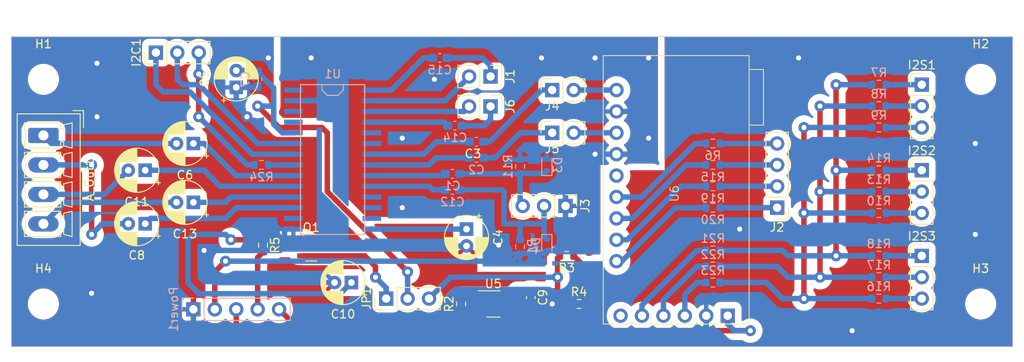
<source format=kicad_pcb>
(kicad_pcb (version 20221018) (generator pcbnew)
  (layers (0 "F.Cu" signal) (31 "B.Cu" signal) (34 "B.Paste" user) (35 "F.Paste" user) (36 "B.SilkS" user "B.Silkscreen") (37 "F.SilkS" user "F.Silkscreen") (38 "B.Mask" user) (39 "F.Mask" user) (44 "Edge.Cuts" user))
  (net 0 "")
  (net 1 "/OUT_LF")
  (net 2 "/OUT_LR")
  (net 3 "/OUT_RF")
  (net 4 "/OUT_RR")
  (net 5 "/9V0A")
  (net 6 "GNDD")
  (net 7 "/Aux_R")
  (net 8 "GNDA")
  (net 9 "/Aux_L")
  (net 10 "Net-(U1-SE1L)")
  (net 11 "Net-(U1-SE2R)")
  (net 12 "/I2S1_BitClockInput")
  (net 13 "/I2S1_DataInput")
  (net 14 "Net-(J5-Pin_1)")
  (net 15 "Net-(U1-SE2L)")
  (net 16 "/I2S1_WordClockInput")
  (net 17 "/I2S2_BitClockInput")
  (net 18 "/I2S2_DataInput")
  (net 19 "/I2S2_WordClockInput")
  (net 20 "/I2S3_BitClockInput")
  (net 21 "Net-(J4-Pin_1)")
  (net 22 "Net-(U1-CREF)")
  (net 23 "/MutePin")
  (net 24 "/I2C_SCL")
  (net 25 "/I2C_SDA")
  (net 26 "Net-(U1-OUTLF)")
  (net 27 "/I2S3_DataInput")
  (net 28 "/I2S3_WordClockInput")
  (net 29 "Net-(J2-Pin_1)")
  (net 30 "Net-(J2-Pin_2)")
  (net 31 "+5V")
  (net 32 "Net-(J2-Pin_3)")
  (net 33 "Net-(J2-Pin_4)")
  (net 34 "Net-(U6-FMT)")
  (net 35 "Net-(R14-Pad2)")
  (net 36 "Net-(R13-Pad2)")
  (net 37 "Net-(R10-Pad2)")
  (net 38 "Net-(U6-XSMT)")
  (net 39 "Net-(U6-DEMP)")
  (net 40 "Net-(U6-FLT)")
  (net 41 "/BitClockInput")
  (net 42 "/DataInput")
  (net 43 "/WordClockInput")
  (net 44 "Net-(JP1-B)")
  (net 45 "Net-(U5-EN)")
  (net 46 "Net-(U5-ADJ)")
  (net 47 "+9V")
  (net 48 "+12V")
  (net 49 "Net-(Q1-B)")
  (net 50 "Net-(JP1-A)")
  (net 51 "Net-(U1-OUTRF)")
  (net 52 "Net-(U1-OUTLR)")
  (net 53 "/PCV5102_Lout")
  (net 54 "/PCV5102_Rout")
  (net 55 "Net-(U1-SE1R)")
  (net 58 "Net-(U1-OUTRR)")
  (net 59 "Net-(U1-ACOUTL)")
  (net 60 "Net-(J6-Pin_1)")
  (net 61 "Net-(U1-ACOUTR)")
  (net 62 "Net-(J1-Pin_1)")
  (net 63 "Net-(J1-Pin_2)")
  (net 64 "Net-(J6-Pin_2)")
  (net 65 "Net-(U1-MUTE)")
  (footprint "Capacitor_THT:CP_Radial_D5.0mm_P2.00mm" (layer "F.Cu") (at 113.665 50.485113 90)
    (fp_text reference "C5")
    (fp_text value "10uF")
  )
  (footprint "Connector_PinHeader_2.54mm:PinHeader_1x03_P2.54mm_Vertical" (layer "F.Cu") (at 194.945 50.165)
    (fp_text reference "I2S1")
    (fp_text value "Conn_01x03_Pin")
  )
  (footprint "Connector_PinHeader_2.54mm:PinHeader_1x02_P2.54mm_Vertical" (layer "F.Cu") (at 143.816 49.1916 -90)
    (fp_text reference "J1")
    (fp_text value "Conn_01x02")
  )
  (footprint "Resistor_SMD:R_0603_1608Metric" (layer "F.Cu") (at 140.335 76.2 90)
    (fp_text reference "R2")
    (fp_text value "10k")
  )
  (footprint "Connector_PinHeader_2.54mm:PinHeader_1x02_P2.54mm_Vertical" (layer "F.Cu") (at 143.816 52.7476 -90)
    (fp_text reference "J6")
    (fp_text value "Conn_01x02")
  )
  (footprint "MountingHole:MountingHole_3.2mm_M3" (layer "F.Cu") (at 90.805 76.2)
    (fp_text reference "H4")
    (fp_text value "MountingHole")
  )
  (footprint "Connector_PinHeader_2.54mm:PinHeader_1x03_P2.54mm_Vertical" (layer "F.Cu") (at 152.706 64.5586 -90)
    (fp_text reference "J3")
    (fp_text value "AudioIn")
  )
  (footprint "Capacitor_THT:CP_Radial_D5.0mm_P2.00mm" (layer "F.Cu") (at 102.87 60.325 180)
    (fp_text reference "C11")
    (fp_text value "10uF n.a.")
  )
  (footprint "Connector_PinHeader_2.54mm:PinHeader_1x03_P2.54mm_Vertical" (layer "F.Cu") (at 104.14 46.355 90)
    (fp_text reference "I2C1")
    (fp_text value "Conn_01x03_Pin")
  )
  (footprint "MountingHole:MountingHole_3.2mm_M3" (layer "F.Cu") (at 201.93 76.2)
    (fp_text reference "H3")
    (fp_text value "MountingHole")
  )
  (footprint "Connector_PinSocket_2.54mm:PinSocket_1x02_P2.54mm_Vertical" (layer "F.Cu") (at 151.13 55.88 90)
    (fp_text reference "J5")
    (fp_text value "Conn_01x02_Pin")
  )
  (footprint "Resistor_SMD:R_0603_1608Metric" (layer "F.Cu") (at 152.845 70.485 180)
    (fp_text reference "R3")
    (fp_text value "10k")
  )
  (footprint "Capacitor_THT:CP_Radial_D5.0mm_P2.00mm" (layer "F.Cu") (at 102.87 66.675 180)
    (fp_text reference "C8")
    (fp_text value "10uF n.a.")
  )
  (footprint "Connector_Phoenix_MC:PhoenixContact_MCV_1,5_4-G-3.5_1x04_P3.50mm_Vertical" (layer "F.Cu") (at 90.805 56.19 -90)
    (fp_text reference "A_Out1")
    (fp_text value "Conn_01x04")
  )
  (footprint "Connector_PinSocket_2.54mm:PinSocket_1x02_P2.54mm_Vertical" (layer "F.Cu") (at 151.13 50.8 90)
    (fp_text reference "J4")
    (fp_text value "Conn_01x02_Pin")
  )
  (footprint "MountingHole:MountingHole_3.2mm_M3" (layer "F.Cu") (at 90.805 49.53)
    (fp_text reference "H1")
    (fp_text value "MountingHole")
  )
  (footprint "Capacitor_THT:CP_Radial_D5.0mm_P2.00mm" (layer "F.Cu") (at 127.320113 73.66 180)
    (fp_text reference "C10")
    (fp_text value "100uF")
  )
  (footprint "Capacitor_THT:CP_Radial_D5.0mm_P2.00mm" (layer "F.Cu") (at 140.97 67.31 -90)
    (fp_text reference "C4")
    (fp_text value "10uF")
  )
  (footprint "Capacitor_THT:CP_Radial_D5.0mm_P2.00mm" (layer "F.Cu") (at 108.585 64.135 180)
    (fp_text reference "C13")
    (fp_text value "10uF n.a.")
  )
  (footprint "GY-PCM5102:GY-PCM5102" (layer "F.Cu") (at 166.116 65.6336 90)
    (fp_text reference "U6")
    (fp_text value "GY-PCM5102")
  )
  (footprint "Package_TO_SOT_SMD:SOT-23" (layer "F.Cu") (at 122.555 69.53)
    (fp_text reference "Q1")
    (fp_text value "BC817")
  )
  (footprint "Resistor_SMD:R_0603_1608Metric" (layer "F.Cu") (at 154.305 76.2)
    (fp_text reference "R4")
    (fp_text value "1k6")
  )
  (footprint "Connector_PinHeader_2.54mm:PinHeader_1x04_P2.54mm_Vertical" (layer "F.Cu") (at 177.8 64.77 180)
    (fp_text reference "J2")
    (fp_text value "Conn_01x04_Pin")
  )
  (footprint "Connector_PinHeader_2.54mm:PinHeader_1x03_P2.54mm_Vertical" (layer "F.Cu") (at 131.445 75.565 90)
    (fp_text reference "JP1")
    (fp_text value "Jumper_3_Open")
  )
  (footprint "Capacitor_THT:CP_Radial_D5.0mm_P2.00mm" (layer "F.Cu") (at 108.585 57.15 180)
    (fp_text reference "C6")
    (fp_text value "10uF n.a.")
  )
  (footprint "Package_TO_SOT_SMD:SOT-23-5" (layer "F.Cu") (at 144.145 76.2)
    (fp_text reference "U5")
    (fp_text value "AP2204K-ADJ")
  )
  (footprint "Capacitor_SMD:C_0603_1608Metric" (layer "F.Cu") (at 148.59 75.425 -90)
    (fp_text reference "C9")
    (fp_text value "2.2uF")
  )
  (footprint "MountingHole:MountingHole_3.2mm_M3" (layer "F.Cu") (at 201.93 49.53)
    (fp_text reference "H2")
    (fp_text value "MountingHole")
  )
  (footprint "Resistor_SMD:R_0603_1608Metric" (layer "F.Cu") (at 116.84 69.215 -90)
    (fp_text reference "R5")
    (fp_text value "150")
  )
  (footprint "Connector_PinHeader_2.54mm:PinHeader_1x03_P2.54mm_Vertical" (layer "F.Cu") (at 194.945 60.325)
    (fp_text reference "I2S2")
    (fp_text value "Conn_01x03_Pin")
  )
  (footprint "Connector_PinHeader_2.54mm:PinHeader_1x03_P2.54mm_Vertical" (layer "F.Cu") (at 194.945 70.485)
    (fp_text reference "I2S3")
    (fp_text value "Conn_01x03_Pin")
  )
  (footprint "Capacitor_SMD:C_0603_1608Metric_Pad1.08x0.95mm_HandSolder" (layer "B.Cu") (at 139.2925 62.6536)
    (fp_text reference "C12")
    (fp_text value "1uF")
  )
  (footprint "Resistor_SMD:R_0603_1608Metric" (layer "B.Cu") (at 170.18 64.77)
    (fp_text reference "R20")
    (fp_text value "1k")
  )
  (footprint "Diode_SMD:D_SOD-523" (layer "B.Cu") (at 150.495 69.215 -90)
    (fp_text reference "D4")
    (fp_text value "ESD5Z5.0T1G")
  )
  (footprint "Resistor_SMD:R_0603_1608Metric" (layer "B.Cu") (at 170.18 57.15)
    (fp_text reference "R6")
    (fp_text value "1k")
  )
  (footprint "Capacitor_SMD:C_0603_1608Metric_Pad1.08x0.95mm_HandSolder" (layer "B.Cu") (at 142.1385 58.8436)
    (fp_text reference "C2")
    (fp_text value "1uF")
  )
  (footprint "Resistor_SMD:R_0603_1608Metric" (layer "B.Cu") (at 116.65 59.69)
    (fp_text reference "R24")
    (fp_text value "1k")
  )
  (footprint "Resistor_SMD:R_0603_1608Metric" (layer "B.Cu") (at 189.865 75.565 180)
    (fp_text reference "R16")
    (fp_text value "90-165-330")
  )
  (footprint "Resistor_SMD:R_0603_1608Metric" (layer "B.Cu") (at 170.18 71.755 180)
    (fp_text reference "R22")
    (fp_text value "90-165-330")
  )
  (footprint "SO-28:SO-28" (layer "B.Cu") (at 125.73 58.42 180)
    (fp_text reference "U1")
    (fp_text value "TDA7419")
  )
  (footprint "Capacitor_SMD:C_0603_1608Metric_Pad1.08x0.95mm_HandSolder" (layer "B.Cu") (at 139.2925 60.7486)
    (fp_text reference "C1")
    (fp_text value "1uF")
  )
  (footprint "Diode_SMD:D_SOD-523" (layer "B.Cu") (at 150.495 59.69 90)
    (fp_text reference "D3")
    (fp_text value "ESD5Z5.0T1G")
  )
  (footprint "Resistor_SMD:R_0603_1608Metric" (layer "B.Cu") (at 147.32 59.88 -90)
    (fp_text reference "R11")
    (fp_text value "10k (n.a.)")
  )
  (footprint "Resistor_SMD:R_0603_1608Metric" (layer "B.Cu") (at 189.865 60.325 180)
    (fp_text reference "R14")
    (fp_text value "90-165-330")
  )
  (footprint "Capacitor_SMD:C_0603_1608Metric_Pad1.08x0.95mm_HandSolder" (layer "B.Cu") (at 116.205 49.53 -90)
    (fp_text reference "C7")
    (fp_text value "100nF")
  )
  (footprint "Resistor_SMD:R_0603_1608Metric" (layer "B.Cu") (at 189.865 62.865 180)
    (fp_text reference "R13")
    (fp_text value "90-165-330")
  )
  (footprint "Resistor_SMD:R_0603_1608Metric" (layer "B.Cu") (at 170.18 59.69)
    (fp_text reference "R15")
    (fp_text value "1k")
  )
  (footprint "Capacitor_SMD:C_0603_1608Metric_Pad1.08x0.95mm_HandSolder" (layer "B.Cu") (at 139.5985 55.0336)
    (fp_text reference "C14")
    (fp_text value "22nF")
  )
  (footprint "Resistor_SMD:R_0603_1608Metric" (layer "B.Cu") (at 189.865 73.025 180)
    (fp_text reference "R17")
    (fp_text value "90-165-330")
  )
  (footprint "Resistor_SMD:R_0603_1608Metric" (layer "B.Cu") (at 189.865 55.245 180)
    (fp_text reference "R9")
    (fp_text value "90-165-330")
  )
  (footprint "Connector_PinHeader_2.54mm:PinHeader_1x05_P2.54mm_Vertical" (layer "B.Cu") (at 108.585 76.835 -90)
    (fp_text reference "Power1")
    (fp_text value "Conn_01x05_Pin")
  )
  (footprint "Resistor_SMD:R_0603_1608Metric" (layer "B.Cu") (at 170.18 69.85 180)
    (fp_text reference "R21")
    (fp_text value "90-165-330")
  )
  (footprint "Resistor_SMD:R_0603_1608Metric" (layer "B.Cu") (at 147.32 69.405 90)
    (fp_text reference "R1")
    (fp_text value "10k (n.a.)")
  )
  (footprint "Resistor_SMD:R_0603_1608Metric" (layer "B.Cu") (at 170.18 73.66 180)
    (fp_text reference "R23")
    (fp_text value "90-165-330")
  )
  (footprint "Capacitor_SMD:C_0603_1608Metric_Pad1.08x0.95mm_HandSolder" (layer "B.Cu") (at 137.795 46.99)
    (fp_text reference "C15")
    (fp_text value "22nF")
  )
  (footprint "Capacitor_SMD:C_0603_1608Metric_Pad1.08x0.95mm_HandSolder" (layer "B.Cu") (at 142.1385 56.9386)
    (fp_text reference "C3")
    (fp_text value "1uF")
  )
  (footprint "Resistor_SMD:R_0603_1608Metric" (layer "B.Cu") (at 189.865 70.485 180)
    (fp_text reference "R18")
    (fp_text value "90-165-330")
  )
  (footprint "Resistor_SMD:R_0603_1608Metric" (layer "B.Cu") (at 189.865 65.405 180)
    (fp_text reference "R10")
    (fp_text value "90-165-330")
  )
  (footprint "Resistor_SMD:R_0603_1608Metric" (layer "B.Cu") (at 170.18 62.23)
    (fp_text reference "R19")
    (fp_text value "1k")
  )
  (footprint "Resistor_SMD:R_0603_1608Metric" (layer "B.Cu") (at 189.865 50.165 180)
    (fp_text reference "R7")
    (fp_text value "90-165-330")
  )
  (footprint "Resistor_SMD:R_0603_1608Metric" (layer "B.Cu") (at 189.865 52.705 180)
    (fp_text reference "R8")
    (fp_text value "90-165-330")
  )
  (gr_line (start 86.995 81.28) (end 205.74 81.28) (stroke (width 0.1)) (layer "Edge.Cuts"))
  (gr_line (start 86.995 44.45) (end 86.995 81.28) (stroke (width 0.1)) (layer "Edge.Cuts"))
  (gr_line (start 86.995 44.45) (end 205.74 44.45) (stroke (width 0.1)) (layer "Edge.Cuts"))
  (gr_line (start 205.74 81.28) (end 205.74 44.45) (stroke (width 0.1)) (layer "Edge.Cuts"))
  (segment (start 91.765 57.15) (end 90.805 56.19) (width 0.65) (layer "B.Cu") (net 1))
  (segment (start 106.585 57.15) (end 91.765 57.15) (width 0.65) (layer "B.Cu") (net 1))
  (segment (start 98.005 63.19) (end 100.87 60.325) (width 0.65) (layer "B.Cu") (net 2))
  (segment (start 90.805 63.19) (end 98.005 63.19) (width 0.65) (layer "B.Cu") (net 2))
  (segment (start 96.52 59.69) (end 96.52 67.945) (width 0.65) (layer "F.Cu") (net 3))
  (via (at 96.52 67.945) (size 1.3) (drill 0.6) (layers "F.Cu" "B.Cu") (net 3))
  (via (at 96.52 59.69) (size 1.3) (drill 0.6) (layers "F.Cu" "B.Cu") (net 3))
  (segment (start 97.79 66.675) (end 96.52 67.945) (width 0.65) (layer "B.Cu") (net 3))
  (segment (start 100.87 66.675) (end 97.79 66.675) (width 0.65) (layer "B.Cu") (net 3))
  (segment (start 90.805 59.69) (end 96.52 59.69) (width 0.65) (layer "B.Cu") (net 3))
  (segment (start 93.36 64.135) (end 90.805 66.69) (width 0.65) (layer "B.Cu") (net 4))
  (segment (start 106.585 64.135) (end 93.36 64.135) (width 0.65) (layer "B.Cu") (net 4))
  (segment (start 123.825 55.245) (end 118.745 55.245) (width 0.65) (layer "F.Cu") (net 5))
  (segment (start 124.46 62.865) (end 124.46 62.23) (width 0.65) (layer "F.Cu") (net 5))
  (segment (start 124.46 62.23) (end 124.46 55.88) (width 0.65) (layer "F.Cu") (net 5))
  (segment (start 118.745 55.245) (end 116.205 52.705) (width 0.65) (layer "F.Cu") (net 5))
  (segment (start 124.46 55.88) (end 123.825 55.245) (width 0.65) (layer "F.Cu") (net 5))
  (segment (start 133.985 72.39) (end 124.46 62.865) (width 0.65) (layer "F.Cu") (net 5))
  (via (at 133.985 72.39) (size 1.3) (drill 0.6) (layers "F.Cu" "B.Cu") (net 5))
  (via (at 116.205 52.705) (size 1.3) (drill 0.6) (layers "F.Cu" "B.Cu") (net 5))
  (segment (start 116.022613 48.485113) (end 116.205 48.6675) (width 0.65) (layer "B.Cu") (net 5))
  (segment (start 118.11 54.865) (end 118.11 52.705) (width 0.65) (layer "B.Cu") (net 5))
  (segment (start 114.3 48.485113) (end 116.022613 48.485113) (width 0.65) (layer "B.Cu") (net 5))
  (segment (start 133.985 75.565) (end 133.985 72.39) (width 0.65) (layer "B.Cu") (net 5))
  (segment (start 119.125 55.88) (end 118.11 54.865) (width 0.65) (layer "B.Cu") (net 5))
  (segment (start 116.205 52.705) (end 118.11 52.705) (width 0.65) (layer "B.Cu") (net 5))
  (segment (start 118.11 52.705) (end 118.11 50.5725) (width 0.65) (layer "B.Cu") (net 5))
  (segment (start 118.11 50.5725) (end 116.205 48.6675) (width 0.65) (layer "B.Cu") (net 5))
  (segment (start 120.65 55.88) (end 119.125 55.88) (width 0.65) (layer "B.Cu") (net 5))
  (segment (start 114.935 62.23) (end 109.855 67.31) (width 0.65) (layer "F.Cu") (net 6))
  (segment (start 114.935 53.975) (end 114.935 62.23) (width 0.65) (layer "F.Cu") (net 6))
  (segment (start 148.59 76.2) (end 151.13 76.2) (width 0.65) (layer "F.Cu") (net 6))
  (segment (start 109.855 67.31) (end 109.855 69.85) (width 0.65) (layer "F.Cu") (net 6))
  (segment (start 151.13 76.2) (end 153.48 76.2) (width 0.65) (layer "F.Cu") (net 6))
  (segment (start 108.585 76.835) (end 108.585 71.12) (width 0.65) (layer "F.Cu") (net 6))
  (segment (start 108.585 71.12) (end 109.855 69.85) (width 0.65) (layer "F.Cu") (net 6))
  (segment (start 143.0075 76.2) (end 148.59 76.2) (width 0.65) (layer "F.Cu") (net 6))
  (via (at 96.52 74.93) (size 1.3) (drill 0.6) (layers "F.Cu" "B.Cu") (net 6))
  (via (at 180.34 46.99) (size 1.3) (drill 0.6) (layers "F.Cu" "B.Cu") (net 6))
  (via (at 109.855 69.85) (size 1.3) (drill 0.6) (layers "F.Cu" "B.Cu") (net 6))
  (via (at 201.295 67.945) (size 1.3) (drill 0.6) (layers "F.Cu" "B.Cu") (net 6))
  (via (at 114.935 53.975) (size 1.3) (drill 0.6) (layers "F.Cu" "B.Cu") (net 6))
  (via (at 97.155 47.625) (size 1.3) (drill 0.6) (layers "F.Cu" "B.Cu") (net 6))
  (via (at 97.155 53.975) (size 1.3) (drill 0.6) (layers "F.Cu" "B.Cu") (net 6))
  (via (at 173.355 67.31) (size 1.3) (drill 0.6) (layers "F.Cu" "B.Cu") (net 6))
  (via (at 117.475 46.99) (size 1.3) (drill 0.6) (layers "F.Cu" "B.Cu") (net 6))
  (via (at 201.295 57.15) (size 1.3) (drill 0.6) (layers "F.Cu" "B.Cu") (net 6))
  (via (at 186.69 79.375) (size 1.3) (drill 0.6) (layers "F.Cu" "B.Cu") (net 6))
  (via (at 151.13 76.2) (size 1.3) (drill 0.6) (layers "F.Cu" "B.Cu") (net 6))
  (segment (start 113.665 50.485113) (end 113.665 52.705) (width 0.65) (layer "B.Cu") (net 6))
  (segment (start 116.112387 50.485113) (end 116.205 50.3925) (width 0.65) (layer "B.Cu") (net 6))
  (segment (start 119.38 67.31) (end 119.38 69.31) (width 0.65) (layer "B.Cu") (net 6))
  (segment (start 118.84 69.85) (end 109.855 69.85) (width 0.65) (layer "B.Cu") (net 6))
  (segment (start 151.13 79.375) (end 151.13 76.2) (width 0.65) (layer "B.Cu") (net 6))
  (segment (start 169.396 78.889) (end 169.396 77.5936) (width 0.65) (layer "B.Cu") (net 6))
  (segment (start 119.38 69.31) (end 118.84 69.85) (width 0.65) (layer "B.Cu") (net 6))
  (segment (start 125.320113 73.66) (end 111.125 73.66) (width 0.65) (layer "B.Cu") (net 6))
  (segment (start 154.305 79.375) (end 168.91 79.375) (width 0.65) (layer "B.Cu") (net 6))
  (segment (start 140.97 69.31) (end 119.38 69.31) (width 0.65) (layer "B.Cu") (net 6))
  (segment (start 108.585 78.74) (end 108.585 76.835) (width 0.65) (layer "B.Cu") (net 6))
  (segment (start 168.91 79.375) (end 169.396 78.889) (width 0.65) (layer "B.Cu") (net 6))
  (segment (start 151.13 79.375) (end 154.305 79.375) (width 0.65) (layer "B.Cu") (net 6))
  (segment (start 108.585 78.74) (end 109.22 79.375) (width 0.65) (layer "B.Cu") (net 6))
  (segment (start 109.855 72.39) (end 109.855 69.85) (width 0.65) (layer "B.Cu") (net 6))
  (segment (start 114.3 50.485113) (end 116.112387 50.485113) (width 0.65) (layer "B.Cu") (net 6))
  (segment (start 113.665 52.705) (end 114.935 53.975) (width 0.65) (layer "B.Cu") (net 6))
  (segment (start 109.22 79.375) (end 151.13 79.375) (width 0.65) (layer "B.Cu") (net 6))
  (segment (start 111.125 73.66) (end 109.855 72.39) (width 0.65) (layer "B.Cu") (net 6))
  (segment (start 120.65 67.31) (end 119.38 67.31) (width 0.65) (layer "B.Cu") (net 6))
  (segment (start 147.32 66.675) (end 150.166 66.675) (width 0.65) (layer "B.Cu") (net 7))
  (segment (start 145.415 66.675) (end 147.32 66.675) (width 0.65) (layer "B.Cu") (net 7))
  (segment (start 150.166 66.675) (end 150.166 64.5586) (width 0.65) (layer "B.Cu") (net 7))
  (segment (start 145.2036 62.6536) (end 145.415 62.865) (width 0.65) (layer "B.Cu") (net 7))
  (segment (start 150.495 68.515) (end 150.166 68.186) (width 0.65) (layer "B.Cu") (net 7))
  (segment (start 145.415 62.865) (end 145.415 66.675) (width 0.65) (layer "B.Cu") (net 7))
  (segment (start 147.32 68.58) (end 147.32 66.675) (width 0.65) (layer "B.Cu") (net 7))
  (segment (start 150.166 68.186) (end 150.166 66.675) (width 0.65) (layer "B.Cu") (net 7))
  (segment (start 140.155 62.6536) (end 145.2036 62.6536) (width 0.65) (layer "B.Cu") (net 7))
  (segment (start 111.125 72.39) (end 112.394998 71.12) (width 0.65) (layer "F.Cu") (net 8))
  (segment (start 156.21 46.99) (end 156.21 58.42) (width 0.65) (layer "F.Cu") (net 8))
  (segment (start 111.125 76.835) (end 111.125 72.39) (width 0.65) (layer "F.Cu") (net 8))
  (via (at 156.21 58.42) (size 1.3) (drill 0.6) (layers "F.Cu" "B.Cu") (net 8))
  (via (at 156.21 46.99) (size 1.3) (drill 0.6) (layers "F.Cu" "B.Cu") (net 8))
  (via (at 137.16 49.53) (size 1.3) (drill 0.6) (layers "F.Cu" "B.Cu") (net 8))
  (via (at 162.56 46.99) (size 1.3) (drill 0.6) (layers "F.Cu" "B.Cu") (net 8))
  (via (at 149.86 46.99) (size 1.3) (drill 0.6) (layers "F.Cu" "B.Cu") (net 8))
  (via (at 162.56 56.515) (size 1.3) (drill 0.6) (layers "F.Cu" "B.Cu") (net 8))
  (via (at 122.555 46.99) (size 1.3) (drill 0.6) (layers "F.Cu" "B.Cu") (net 8))
  (via (at 144.78 69.215) (size 1.3) (drill 0.6) (layers "F.Cu" "B.Cu") (net 8))
  (via (at 133.35 64.77) (size 1.3) (drill 0.6) (layers "F.Cu" "B.Cu") (net 8))
  (via (at 112.394998 71.12) (size 1.3) (drill 0.6) (layers "F.Cu" "B.Cu") (net 8))
  (via (at 133.35 56.515) (size 1.3) (drill 0.6) (layers "F.Cu" "B.Cu") (net 8))
  (segment (start 152.706 69.544) (end 152.4 69.85) (width 0.65) (layer "B.Cu") (net 8))
  (segment (start 152.706 64.5586) (end 152.706 69.544) (width 0.65) (layer "B.Cu") (net 8))
  (segment (start 161.29 53.34) (end 161.29 57.785) (width 0.65) (layer "B.Cu") (net 8))
  (segment (start 154.305 58.42) (end 152.729 59.996) (width 0.65) (layer "B.Cu") (net 8))
  (segment (start 147.385 58.99) (end 150.495 58.99) (width 0.65) (layer "B.Cu") (net 8))
  (segment (start 123.19 52.07) (end 130.175 45.085) (width 0.65) (layer "B.Cu") (net 8))
  (segment (start 158.75 53.34) (end 161.29 53.34) (width 0.65) (layer "B.Cu") (net 8))
  (segment (start 150.56 69.85) (end 150.495 69.915) (width 0.65) (layer "B.Cu") (net 8))
  (segment (start 158.75 58.42) (end 156.21 58.42) (width 0.65) (layer "B.Cu") (net 8))
  (segment (start 151.7 58.99) (end 152.706 59.996) (width 0.65) (layer "B.Cu") (net 8))
  (segment (start 130.175 45.085) (end 154.305 45.085) (width 0.65) (layer "B.Cu") (net 8))
  (segment (start 152.4 69.85) (end 150.56 69.85) (width 0.65) (layer "B.Cu") (net 8))
  (segment (start 152.729 59.996) (end 152.706 59.996) (width 0.65) (layer "B.Cu") (net 8))
  (segment (start 156.21 58.42) (end 154.305 58.42) (width 0.65) (layer "B.Cu") (net 8))
  (segment (start 161.29 57.785) (end 160.655 58.42) (width 0.65) (layer "B.Cu") (net 8))
  (segment (start 154.305 45.085) (end 156.21 46.99) (width 0.65) (layer "B.Cu") (net 8))
  (segment (start 146.43 71.12) (end 112.394998 71.12) (width 0.65) (layer "B.Cu") (net 8))
  (segment (start 147.32 70.23) (end 150.18 70.23) (width 0.65) (layer "B.Cu") (net 8))
  (segment (start 160.655 58.42) (end 158.75 58.42) (width 0.65) (layer "B.Cu") (net 8))
  (segment (start 147.32 59.055) (end 147.385 58.99) (width 0.65) (layer "B.Cu") (net 8))
  (segment (start 120.65 52.07) (end 123.19 52.07) (width 0.65) (layer "B.Cu") (net 8))
  (segment (start 147.32 70.23) (end 146.43 71.12) (width 0.65) (layer "B.Cu") (net 8))
  (segment (start 152.706 59.996) (end 152.706 64.5586) (width 0.65) (layer "B.Cu") (net 8))
  (segment (start 150.18 70.23) (end 150.495 69.915) (width 0.65) (layer "B.Cu") (net 8))
  (segment (start 150.495 58.99) (end 151.7 58.99) (width 0.65) (layer "B.Cu") (net 8))
  (segment (start 140.155 60.7486) (end 147.2764 60.7486) (width 0.65) (layer "B.Cu") (net 9))
  (segment (start 150.18 60.705) (end 150.495 60.39) (width 0.65) (layer "B.Cu") (net 9))
  (segment (start 147.32 60.705) (end 147.32 64.2526) (width 0.65) (layer "B.Cu") (net 9))
  (segment (start 147.2764 60.7486) (end 147.32 60.705) (width 0.65) (layer "B.Cu") (net 9))
  (segment (start 147.32 60.705) (end 150.18 60.705) (width 0.65) (layer "B.Cu") (net 9))
  (segment (start 147.32 64.2526) (end 147.626 64.5586) (width 0.65) (layer "B.Cu") (net 9))
  (segment (start 129.54 60.96) (end 138.2186 60.96) (width 0.65) (layer "B.Cu") (net 10))
  (segment (start 138.2186 60.96) (end 138.43 60.7486) (width 0.65) (layer "B.Cu") (net 10))
  (segment (start 129.54 59.69) (end 136.525 59.69) (width 0.65) (layer "B.Cu") (net 11))
  (segment (start 136.525 59.69) (end 137.3714 58.8436) (width 0.65) (layer "B.Cu") (net 11))
  (segment (start 137.3714 58.8436) (end 141.276 58.8436) (width 0.65) (layer "B.Cu") (net 11))
  (segment (start 190.69 50.165) (end 194.945 50.165) (width 0.65) (layer "B.Cu") (net 12))
  (segment (start 194.945 52.705) (end 190.69 52.705) (width 0.65) (layer "B.Cu") (net 13))
  (segment (start 147.32 55.88) (end 151.13 55.88) (width 0.65) (layer "B.Cu") (net 14))
  (segment (start 143.001 58.8436) (end 144.3564 58.8436) (width 0.65) (layer "B.Cu") (net 14))
  (segment (start 144.3564 58.8436) (end 147.32 55.88) (width 0.65) (layer "B.Cu") (net 14))
  (segment (start 135.89 58.42) (end 137.3714 56.9386) (width 0.65) (layer "B.Cu") (net 15))
  (segment (start 129.54 58.42) (end 135.89 58.42) (width 0.65) (layer "B.Cu") (net 15))
  (segment (start 137.3714 56.9386) (end 141.276 56.9386) (width 0.65) (layer "B.Cu") (net 15))
  (segment (start 190.69 55.245) (end 194.945 55.245) (width 0.65) (layer "B.Cu") (net 16))
  (segment (start 190.69 60.325) (end 194.945 60.325) (width 0.65) (layer "B.Cu") (net 17))
  (segment (start 190.69 62.865) (end 194.945 62.865) (width 0.65) (layer "B.Cu") (net 18))
  (segment (start 190.69 65.405) (end 194.945 65.405) (width 0.65) (layer "B.Cu") (net 19))
  (segment (start 190.69 70.485) (end 194.945 70.485) (width 0.65) (layer "B.Cu") (net 20))
  (segment (start 149.86 50.8) (end 151.13 50.8) (width 0.65) (layer "B.Cu") (net 21))
  (segment (start 143.001 56.9386) (end 143.7214 56.9386) (width 0.65) (layer "B.Cu") (net 21))
  (segment (start 143.7214 56.9386) (end 149.86 50.8) (width 0.65) (layer "B.Cu") (net 21))
  (segment (start 140.97 67.31) (end 129.54 67.31) (width 0.65) (layer "B.Cu") (net 22))
  (segment (start 109.22 53.975) (end 109.22 48.895) (width 0.65) (layer "F.Cu") (net 23))
  (via (at 109.22 48.895) (size 1.3) (drill 0.6) (layers "F.Cu" "B.Cu") (net 23))
  (via (at 109.22 53.975) (size 1.3) (drill 0.6) (layers "F.Cu" "B.Cu") (net 23))
  (segment (start 113.03 57.785) (end 109.22 53.975) (width 0.65) (layer "B.Cu") (net 23))
  (segment (start 113.03 57.785) (end 114.935 59.69) (width 0.65) (layer "B.Cu") (net 23))
  (segment (start 109.22 48.895) (end 109.22 46.355) (width 0.65) (layer "B.Cu") (net 23))
  (segment (start 114.935 59.69) (end 115.825 59.69) (width 0.65) (layer "B.Cu") (net 23))
  (segment (start 104.14 50.165) (end 104.14 46.355) (width 0.65) (layer "B.Cu") (net 24))
  (segment (start 104.989501 51.014501) (end 104.14 50.165) (width 0.65) (layer "B.Cu") (net 24))
  (segment (start 108.164501 51.014501) (end 104.989501 51.014501) (width 0.65) (layer "B.Cu") (net 24))
  (segment (start 115.57 58.42) (end 108.164501 51.014501) (width 0.65) (layer "B.Cu") (net 24))
  (segment (start 120.65 58.42) (end 115.57 58.42) (width 0.65) (layer "B.Cu") (net 24))
  (segment (start 107.315 50.165) (end 106.68 49.53) (width 0.65) (layer "B.Cu") (net 25))
  (segment (start 106.68 49.53) (end 106.68 46.355) (width 0.65) (layer "B.Cu") (net 25))
  (segment (start 116.205 57.15) (end 109.22 50.165) (width 0.65) (layer "B.Cu") (net 25))
  (segment (start 120.65 57.15) (end 116.205 57.15) (width 0.65) (layer "B.Cu") (net 25))
  (segment (start 109.22 50.165) (end 107.315 50.165) (width 0.65) (layer "B.Cu") (net 25))
  (segment (start 113.665 60.96) (end 120.65 60.96) (width 0.65) (layer "B.Cu") (net 26))
  (segment (start 109.855 57.15) (end 113.665 60.96) (width 0.65) (layer "B.Cu") (net 26))
  (segment (start 108.585 57.15) (end 109.855 57.15) (width 0.65) (layer "B.Cu") (net 26))
  (segment (start 190.69 73.025) (end 194.945 73.025) (width 0.65) (layer "B.Cu") (net 27))
  (segment (start 190.69 75.565) (end 194.945 75.565) (width 0.65) (layer "B.Cu") (net 28))
  (segment (start 171.005 64.77) (end 177.8 64.77) (width 0.65) (layer "B.Cu") (net 29))
  (segment (start 171.005 62.23) (end 177.8 62.23) (width 0.65) (layer "B.Cu") (net 30))
  (segment (start 113.665 78.74) (end 114.3 79.375) (width 0.65) (layer "F.Cu") (net 31))
  (segment (start 114.3 79.375) (end 174.625 79.375) (width 0.65) (layer "F.Cu") (net 31))
  (segment (start 113.665 76.835) (end 113.665 78.74) (width 0.65) (layer "F.Cu") (net 31))
  (via (at 174.625 79.375) (size 1.3) (drill 0.6) (layers "F.Cu" "B.Cu") (net 31))
  (segment (start 172.72 79.375) (end 171.936 78.591) (width 0.65) (layer "B.Cu") (net 31))
  (segment (start 171.936 78.591) (end 171.936 77.5936) (width 0.65) (layer "B.Cu") (net 31))
  (segment (start 174.625 79.375) (end 172.72 79.375) (width 0.65) (layer "B.Cu") (net 31))
  (segment (start 171.005 59.69) (end 177.8 59.69) (width 0.65) (layer "B.Cu") (net 32))
  (segment (start 171.005 57.15) (end 177.8 57.15) (width 0.65) (layer "B.Cu") (net 33))
  (segment (start 158.75 63.5) (end 161.735 63.5) (width 0.65) (layer "B.Cu") (net 34))
  (segment (start 168.085 57.15) (end 169.355 57.15) (width 0.65) (layer "B.Cu") (net 34))
  (segment (start 161.735 63.5) (end 168.085 57.15) (width 0.65) (layer "B.Cu") (net 34))
  (segment (start 184.785 50.165) (end 184.785 60.325) (width 0.65) (layer "F.Cu") (net 35))
  (segment (start 184.785 70.485) (end 184.785 60.325) (width 0.65) (layer "F.Cu") (net 35))
  (via (at 184.785 50.165) (size 1.3) (drill 0.6) (layers "F.Cu" "B.Cu") (net 35))
  (via (at 184.785 70.485) (size 1.3) (drill 0.6) (layers "F.Cu" "B.Cu") (net 35))
  (via (at 184.785 60.325) (size 1.3) (drill 0.6) (layers "F.Cu" "B.Cu") (net 35))
  (segment (start 189.04 70.485) (end 184.785 70.485) (width 0.65) (layer "B.Cu") (net 35))
  (segment (start 178.435 69.85) (end 179.07 70.485) (width 0.65) (layer "B.Cu") (net 35))
  (segment (start 184.785 60.325) (end 189.04 60.325) (width 0.65) (layer "B.Cu") (net 35))
  (segment (start 179.07 70.485) (end 184.785 70.485) (width 0.65) (layer "B.Cu") (net 35))
  (segment (start 171.005 69.85) (end 178.435 69.85) (width 0.65) (layer "B.Cu") (net 35))
  (segment (start 189.04 50.165) (end 184.785 50.165) (width 0.65) (layer "B.Cu") (net 35))
  (segment (start 182.88 52.705) (end 182.88 62.865) (width 0.65) (layer "F.Cu") (net 36))
  (segment (start 182.88 73.025) (end 182.88 62.865) (width 0.65) (layer "F.Cu") (net 36))
  (via (at 182.88 52.705) (size 1.3) (drill 0.6) (layers "F.Cu" "B.Cu") (net 36))
  (via (at 182.88 73.025) (size 1.3) (drill 0.6) (layers "F.Cu" "B.Cu") (net 36))
  (via (at 182.88 62.865) (size 1.3) (drill 0.6) (layers "F.Cu" "B.Cu") (net 36))
  (segment (start 182.88 62.865) (end 189.04 62.865) (width 0.65) (layer "B.Cu") (net 36))
  (segment (start 171.005 71.755) (end 177.8 71.755) (width 0.65) (layer "B.Cu") (net 36))
  (segment (start 189.04 73.025) (end 182.88 73.025) (width 0.65) (layer "B.Cu") (net 36))
  (segment (start 179.07 73.025) (end 182.88 73.025) (width 0.65) (layer "B.Cu") (net 36))
  (segment (start 189.04 52.705) (end 182.88 52.705) (width 0.65) (layer "B.Cu") (net 36))
  (segment (start 177.8 71.755) (end 179.07 73.025) (width 0.65) (layer "B.Cu") (net 36))
  (segment (start 180.975 75.565) (end 180.975 65.405) (width 0.65) (layer "F.Cu") (net 37))
  (segment (start 180.975 55.245) (end 180.975 65.405) (width 0.65) (layer "F.Cu") (net 37))
  (via (at 180.975 75.565) (size 1.3) (drill 0.6) (layers "F.Cu" "B.Cu") (net 37))
  (via (at 180.975 65.405) (size 1.3) (drill 0.6) (layers "F.Cu" "B.Cu") (net 37))
  (via (at 180.975 55.245) (size 1.3) (drill 0.6) (layers "F.Cu" "B.Cu") (net 37))
  (segment (start 189.04 55.245) (end 180.975 55.245) (width 0.65) (layer "B.Cu") (net 37))
  (segment (start 176.53 73.66) (end 178.435 75.565) (width 0.65) (layer "B.Cu") (net 37))
  (segment (start 189.04 75.565) (end 180.975 75.565) (width 0.65) (layer "B.Cu") (net 37))
  (segment (start 178.435 75.565) (end 180.975 75.565) (width 0.65) (layer "B.Cu") (net 37))
  (segment (start 180.975 65.405) (end 189.04 65.405) (width 0.65) (layer "B.Cu") (net 37))
  (segment (start 171.005 73.66) (end 176.53 73.66) (width 0.65) (layer "B.Cu") (net 37))
  (segment (start 167.005 59.69) (end 169.355 59.69) (width 0.65) (layer "B.Cu") (net 38))
  (segment (start 160.655 66.04) (end 167.005 59.69) (width 0.65) (layer "B.Cu") (net 38))
  (segment (start 158.75 66.04) (end 160.655 66.04) (width 0.65) (layer "B.Cu") (net 38))
  (segment (start 160.02 68.58) (end 166.37 62.23) (width 0.65) (layer "B.Cu") (net 39))
  (segment (start 166.37 62.23) (end 169.355 62.23) (width 0.65) (layer "B.Cu") (net 39))
  (segment (start 158.75 68.58) (end 160.02 68.58) (width 0.65) (layer "B.Cu") (net 39))
  (segment (start 165.735 64.77) (end 169.355 64.77) (width 0.65) (layer "B.Cu") (net 40))
  (segment (start 158.75 71.12) (end 159.385 71.12) (width 0.65) (layer "B.Cu") (net 40))
  (segment (start 159.385 71.12) (end 165.735 64.77) (width 0.65) (layer "B.Cu") (net 40))
  (segment (start 161.776 76.349) (end 168.275 69.85) (width 0.65) (layer "B.Cu") (net 41))
  (segment (start 161.776 77.5936) (end 161.776 76.349) (width 0.65) (layer "B.Cu") (net 41))
  (segment (start 168.275 69.85) (end 169.355 69.85) (width 0.65) (layer "B.Cu") (net 41))
  (segment (start 168.275 71.755) (end 169.355 71.755) (width 0.65) (layer "B.Cu") (net 42))
  (segment (start 164.316 77.5936) (end 164.316 75.714) (width 0.65) (layer "B.Cu") (net 42))
  (segment (start 164.316 75.714) (end 168.275 71.755) (width 0.65) (layer "B.Cu") (net 42))
  (segment (start 166.856 75.079) (end 168.275 73.66) (width 0.65) (layer "B.Cu") (net 43))
  (segment (start 166.856 77.5936) (end 166.856 75.079) (width 0.65) (layer "B.Cu") (net 43))
  (segment (start 168.275 73.66) (end 169.355 73.66) (width 0.65) (layer "B.Cu") (net 43))
  (segment (start 146.965 74.65) (end 148.59 74.65) (width 0.65) (layer "F.Cu") (net 44))
  (segment (start 151.765 70.74) (end 151.765 73.025) (width 0.65) (layer "F.Cu") (net 44))
  (segment (start 148.59 74.65) (end 151.765 74.65) (width 0.65) (layer "F.Cu") (net 44))
  (segment (start 152.02 70.485) (end 151.765 70.74) (width 0.65) (layer "F.Cu") (net 44))
  (segment (start 146.365 75.25) (end 146.965 74.65) (width 0.65) (layer "F.Cu") (net 44))
  (segment (start 145.2825 75.25) (end 146.365 75.25) (width 0.65) (layer "F.Cu") (net 44))
  (segment (start 151.765 73.025) (end 151.765 74.65) (width 0.65) (layer "F.Cu") (net 44))
  (via (at 151.765 73.025) (size 1.3) (drill 0.6) (layers "F.Cu" "B.Cu") (net 44))
  (segment (start 136.525 75.565) (end 139.065 73.025) (width 0.65) (layer "B.Cu") (net 44))
  (segment (start 139.065 73.025) (end 151.765 73.025) (width 0.65) (layer "B.Cu") (net 44))
  (segment (start 143.0075 77.15) (end 140.46 77.15) (width 0.65) (layer "F.Cu") (net 45))
  (segment (start 140.46 77.15) (end 140.335 77.025) (width 0.65) (layer "F.Cu") (net 45))
  (segment (start 153.67 70.485) (end 156.21 73.025) (width 0.65) (layer "F.Cu") (net 46))
  (segment (start 145.2825 77.15) (end 146.365 77.15) (width 0.65) (layer "F.Cu") (net 46))
  (segment (start 156.21 73.025) (end 156.21 76.2) (width 0.65) (layer "F.Cu") (net 46))
  (segment (start 156.21 76.2) (end 156.21 77.47) (width 0.65) (layer "F.Cu") (net 46))
  (segment (start 147.065 77.85) (end 151.13 77.85) (width 0.65) (layer "F.Cu") (net 46))
  (segment (start 155.13 76.2) (end 156.21 76.2) (width 0.65) (layer "F.Cu") (net 46))
  (segment (start 155.83 77.85) (end 151.13 77.85) (width 0.65) (layer "F.Cu") (net 46))
  (segment (start 156.21 77.47) (end 155.83 77.85) (width 0.65) (layer "F.Cu") (net 46))
  (segment (start 146.365 77.15) (end 147.065 77.85) (width 0.65) (layer "F.Cu") (net 46))
  (segment (start 118.11 69.85) (end 117.03 69.85) (width 0.65) (layer "F.Cu") (net 47))
  (segment (start 116.205 70.675) (end 116.84 70.04) (width 0.65) (layer "F.Cu") (net 47))
  (segment (start 117.03 69.85) (end 116.84 70.04) (width 0.65) (layer "F.Cu") (net 47))
  (segment (start 123.4925 69.53) (end 118.43 69.53) (width 0.65) (layer "F.Cu") (net 47))
  (segment (start 116.205 76.835) (end 116.205 70.675) (width 0.65) (layer "F.Cu") (net 47))
  (segment (start 118.43 69.53) (end 118.11 69.85) (width 0.65) (layer "F.Cu") (net 47))
  (segment (start 138.43 76.835) (end 139.89 75.375) (width 0.65) (layer "F.Cu") (net 48))
  (segment (start 137.795 78.105) (end 138.43 77.47) (width 0.65) (layer "F.Cu") (net 48))
  (segment (start 120.015 78.105) (end 137.795 78.105) (width 0.65) (layer "F.Cu") (net 48))
  (segment (start 140.46 75.25) (end 140.335 75.375) (width 0.65) (layer "F.Cu") (net 48))
  (segment (start 139.89 75.375) (end 140.335 75.375) (width 0.65) (layer "F.Cu") (net 48))
  (segment (start 138.43 77.47) (end 138.43 76.835) (width 0.65) (layer "F.Cu") (net 48))
  (segment (start 118.745 76.835) (end 120.015 78.105) (width 0.65) (layer "F.Cu") (net 48))
  (segment (start 143.0075 75.25) (end 140.46 75.25) (width 0.65) (layer "F.Cu") (net 48))
  (segment (start 113.03 68.58) (end 116.65 68.58) (width 0.65) (layer "F.Cu") (net 49))
  (segment (start 121.4275 68.39) (end 121.6175 68.58) (width 0.65) (layer "F.Cu") (net 49))
  (segment (start 116.65 68.58) (end 116.84 68.39) (width 0.65) (layer "F.Cu") (net 49))
  (segment (start 116.84 68.39) (end 121.4275 68.39) (width 0.65) (layer "F.Cu") (net 49))
  (via (at 113.03 68.58) (size 1.3) (drill 0.6) (layers "F.Cu" "B.Cu") (net 49))
  (segment (start 112.395 67.945) (end 113.03 68.58) (width 0.65) (layer "B.Cu") (net 49))
  (segment (start 125.995113 74.985) (end 109.275 74.985) (width 0.65) (layer "B.Cu") (net 49))
  (segment (start 109.275 74.985) (end 107.95 73.66) (width 0.65) (layer "B.Cu") (net 49))
  (segment (start 107.95 68.58) (end 108.585 67.945) (width 0.65) (layer "B.Cu") (net 49))
  (segment (start 108.585 67.945) (end 112.395 67.945) (width 0.65) (layer "B.Cu") (net 49))
  (segment (start 107.95 73.66) (end 107.95 68.58) (width 0.65) (layer "B.Cu") (net 49))
  (segment (start 127.320113 73.66) (end 125.995113 74.985) (width 0.65) (layer "B.Cu") (net 49))
  (segment (start 128.9 70.48) (end 129.54 71.12) (width 0.65) (layer "F.Cu") (net 50))
  (segment (start 121.6175 70.48) (end 128.9 70.48) (width 0.65) (layer "F.Cu") (net 50))
  (segment (start 129.54 71.12) (end 130.175 71.755) (width 0.65) (layer "F.Cu") (net 50))
  (segment (start 130.175 71.755) (end 130.175 73.025) (width 0.65) (layer "F.Cu") (net 50))
  (via (at 130.175 73.025) (size 1.3) (drill 0.6) (layers "F.Cu" "B.Cu") (net 50))
  (segment (start 131.445 75.565) (end 131.445 74.295) (width 0.65) (layer "B.Cu") (net 50))
  (segment (start 131.445 74.295) (end 130.175 73.025) (width 0.65) (layer "B.Cu") (net 50))
  (segment (start 112.395 66.04) (end 113.665 64.77) (width 0.65) (layer "B.Cu") (net 51))
  (segment (start 113.665 64.77) (end 120.65 64.77) (width 0.65) (layer "B.Cu") (net 51))
  (segment (start 102.87 66.675) (end 103.505 66.04) (width 0.65) (layer "B.Cu") (net 51))
  (segment (start 103.505 66.04) (end 112.395 66.04) (width 0.65) (layer "B.Cu") (net 51))
  (segment (start 102.87 60.325) (end 109.855 60.325) (width 0.65) (layer "B.Cu") (net 52))
  (segment (start 111.76 62.23) (end 120.65 62.23) (width 0.65) (layer "B.Cu") (net 52))
  (segment (start 109.855 60.325) (end 111.76 62.23) (width 0.65) (layer "B.Cu") (net 52))
  (segment (start 153.67 50.8) (end 158.75 50.8) (width 0.65) (layer "B.Cu") (net 53))
  (segment (start 153.67 55.88) (end 158.75 55.88) (width 0.65) (layer "B.Cu") (net 54))
  (segment (start 129.54 62.23) (end 136.525 62.23) (width 0.65) (layer "B.Cu") (net 55))
  (segment (start 136.9486 62.6536) (end 138.43 62.6536) (width 0.65) (layer "B.Cu") (net 55))
  (segment (start 136.525 62.23) (end 136.9486 62.6536) (width 0.65) (layer "B.Cu") (net 55))
  (segment (start 112.395 64.135) (end 113.03 63.5) (width 0.65) (layer "B.Cu") (net 58))
  (segment (start 113.03 63.5) (end 120.65 63.5) (width 0.65) (layer "B.Cu") (net 58))
  (segment (start 108.585 64.135) (end 112.395 64.135) (width 0.65) (layer "B.Cu") (net 58))
  (segment (start 138.3124 54.61) (end 138.736 55.0336) (width 0.65) (layer "B.Cu") (net 59))
  (segment (start 129.54 54.61) (end 138.3124 54.61) (width 0.65) (layer "B.Cu") (net 59))
  (segment (start 140.461 55.0336) (end 143.0864 55.0336) (width 0.65) (layer "B.Cu") (net 60))
  (segment (start 143.0864 55.0336) (end 143.816 54.304) (width 0.65) (layer "B.Cu") (net 60))
  (segment (start 143.816 54.304) (end 143.816 52.7476) (width 0.65) (layer "B.Cu") (net 60))
  (segment (start 135.89 46.99) (end 136.9325 46.99) (width 0.65) (layer "B.Cu") (net 61))
  (segment (start 129.54 50.8) (end 132.08 50.8) (width 0.65) (layer "B.Cu") (net 61))
  (segment (start 132.08 50.8) (end 135.89 46.99) (width 0.65) (layer "B.Cu") (net 61))
  (segment (start 142.875 46.99) (end 143.816 47.931) (width 0.65) (layer "B.Cu") (net 62))
  (segment (start 138.6575 46.99) (end 142.875 46.99) (width 0.65) (layer "B.Cu") (net 62))
  (segment (start 143.816 47.931) (end 143.816 49.1916) (width 0.65) (layer "B.Cu") (net 62))
  (segment (start 141.276 49.224) (end 141.276 49.1916) (width 0.65) (layer "B.Cu") (net 63))
  (segment (start 129.54 52.07) (end 138.43 52.07) (width 0.65) (layer "B.Cu") (net 63))
  (segment (start 138.43 52.07) (end 141.276 49.224) (width 0.65) (layer "B.Cu") (net 63))
  (segment (start 140.6836 53.34) (end 141.276 52.7476) (width 0.65) (layer "B.Cu") (net 64))
  (segment (start 129.54 53.34) (end 140.6836 53.34) (width 0.65) (layer "B.Cu") (net 64))
  (segment (start 120.65 59.69) (end 117.475 59.69) (width 0.65) (layer "B.Cu") (net 65))
  (zone (net 8) (net_name "GNDA") (layer "F.Cu") (priority 1) (connect_pads (clearance 0.8)) (min_thickness 0.25) (fill yes (thermal_gap 0.5) (thermal_bridge_width 0.5))
    (polygon (pts (xy 118.745 54.61) (xy 118.745 43.815) (xy 163.83 43.815) (xy 163.83 59.69) (xy 156.845 59.69) (xy 156.845 70.485) (xy 150.495 70.485) (xy 150.495 71.755) (xy 142.875 71.755) (xy 142.875 66.04) (xy 128.27 66.04) (xy 125.095 62.865) (xy 125.095 54.61)))
  )
  (zone (net 6) (net_name "GNDD") (layer "F.Cu") (priority 3) (connect_pads (clearance 0.8)) (min_thickness 0.25) (fill yes (thermal_gap 0.5) (thermal_bridge_width 0.5))
    (polygon (pts (xy 164.465 43.815) (xy 164.465 60.325) (xy 157.48 60.325) (xy 157.48 71.12) (xy 151.13 71.12) (xy 151.13 72.39) (xy 142.24 72.39) (xy 142.24 66.675) (xy 127.635 66.675) (xy 123.825 62.865) (xy 123.825 55.245) (xy 118.11 55.245) (xy 118.11 43.815) (xy 86.36 43.815) (xy 86.36 81.28) (xy 206.375 81.28) (xy 206.375 43.815)))
  )
  (zone (net 8) (net_name "GNDA") (layer "B.Cu") (connect_pads (clearance 0.8)) (min_thickness 0.25) (fill yes (thermal_gap 0.5) (thermal_bridge_width 0.5))
    (polygon (pts (xy 118.745 43.815) (xy 163.83 43.815) (xy 163.83 59.69) (xy 156.845 59.69) (xy 156.845 70.485) (xy 150.495 70.485) (xy 150.495 71.755) (xy 142.875 71.755) (xy 142.875 66.04) (xy 128.27 66.04) (xy 125.095 62.865) (xy 125.095 54.61) (xy 118.745 54.61)))
  )
  (zone (net 0) (net_name "") (layer "B.Cu") (connect_pads (clearance 0)) (min_thickness 0.25)
    (keepout (tracks allowed) (vias allowed) (pads allowed) (copperpour not_allowed) (footprints allowed))
    (fill (thermal_gap 0.5) (thermal_bridge_width 0.5))
    (polygon (pts (xy 128.905 68.58) (xy 127 68.58) (xy 127 49.53) (xy 128.905 49.53)))
  )
  (zone (net 0) (net_name "") (layer "B.Cu") (connect_pads (clearance 0)) (min_thickness 0.25)
    (keepout (tracks allowed) (vias allowed) (pads allowed) (copperpour not_allowed) (footprints allowed))
    (fill (thermal_gap 0.5) (thermal_bridge_width 0.5))
    (polygon (pts (xy 121.285 49.53) (xy 123.19 49.53) (xy 123.19 67.945) (xy 121.285 67.945)))
  )
  (zone (net 6) (net_name "GNDD") (layer "B.Cu") (priority 2) (connect_pads (clearance 0.8)) (min_thickness 0.25) (fill yes (thermal_gap 0.5) (thermal_bridge_width 0.5))
    (polygon (pts (xy 164.465 43.815) (xy 164.465 60.325) (xy 157.48 60.325) (xy 157.48 71.12) (xy 151.13 71.12) (xy 151.13 72.39) (xy 142.24 72.39) (xy 142.24 66.675) (xy 127.635 66.675) (xy 123.825 62.865) (xy 123.825 55.245) (xy 118.11 55.245) (xy 118.11 43.815) (xy 86.36 43.815) (xy 86.36 81.28) (xy 206.375 81.28) (xy 206.375 43.815)))
  )
)
</source>
